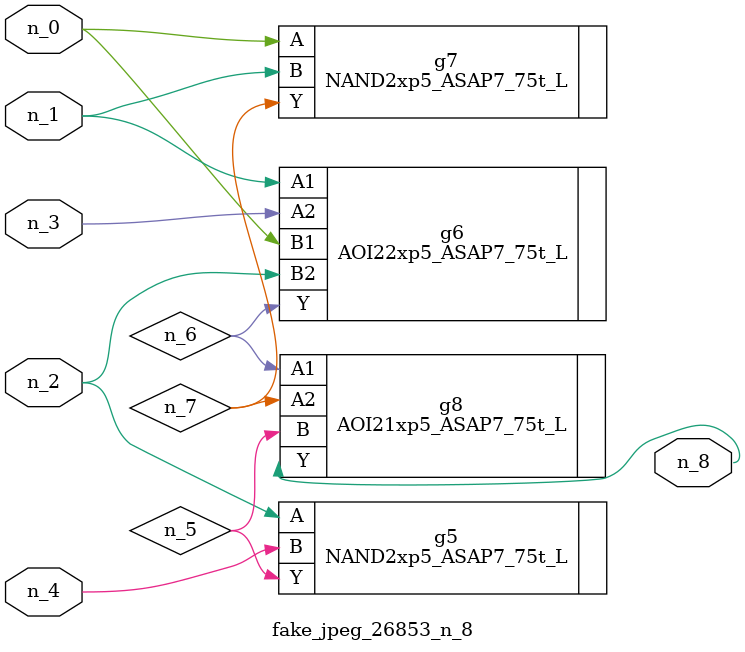
<source format=v>
module fake_jpeg_26853_n_8 (n_3, n_2, n_1, n_0, n_4, n_8);

input n_3;
input n_2;
input n_1;
input n_0;
input n_4;

output n_8;

wire n_6;
wire n_5;
wire n_7;

NAND2xp5_ASAP7_75t_L g5 ( 
.A(n_2),
.B(n_4),
.Y(n_5)
);

AOI22xp5_ASAP7_75t_L g6 ( 
.A1(n_1),
.A2(n_3),
.B1(n_0),
.B2(n_2),
.Y(n_6)
);

NAND2xp5_ASAP7_75t_L g7 ( 
.A(n_0),
.B(n_1),
.Y(n_7)
);

AOI21xp5_ASAP7_75t_L g8 ( 
.A1(n_6),
.A2(n_7),
.B(n_5),
.Y(n_8)
);


endmodule
</source>
